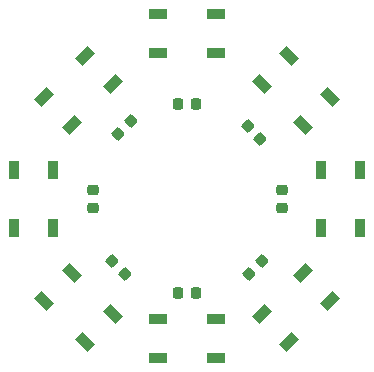
<source format=gbr>
%TF.GenerationSoftware,KiCad,Pcbnew,7.0.7*%
%TF.CreationDate,2023-10-08T01:12:48+08:00*%
%TF.ProjectId,RM_47mm,524d5f34-376d-46d2-9e6b-696361645f70,rev?*%
%TF.SameCoordinates,Original*%
%TF.FileFunction,Paste,Top*%
%TF.FilePolarity,Positive*%
%FSLAX46Y46*%
G04 Gerber Fmt 4.6, Leading zero omitted, Abs format (unit mm)*
G04 Created by KiCad (PCBNEW 7.0.7) date 2023-10-08 01:12:48*
%MOMM*%
%LPD*%
G01*
G04 APERTURE LIST*
G04 Aperture macros list*
%AMRoundRect*
0 Rectangle with rounded corners*
0 $1 Rounding radius*
0 $2 $3 $4 $5 $6 $7 $8 $9 X,Y pos of 4 corners*
0 Add a 4 corners polygon primitive as box body*
4,1,4,$2,$3,$4,$5,$6,$7,$8,$9,$2,$3,0*
0 Add four circle primitives for the rounded corners*
1,1,$1+$1,$2,$3*
1,1,$1+$1,$4,$5*
1,1,$1+$1,$6,$7*
1,1,$1+$1,$8,$9*
0 Add four rect primitives between the rounded corners*
20,1,$1+$1,$2,$3,$4,$5,0*
20,1,$1+$1,$4,$5,$6,$7,0*
20,1,$1+$1,$6,$7,$8,$9,0*
20,1,$1+$1,$8,$9,$2,$3,0*%
%AMRotRect*
0 Rectangle, with rotation*
0 The origin of the aperture is its center*
0 $1 length*
0 $2 width*
0 $3 Rotation angle, in degrees counterclockwise*
0 Add horizontal line*
21,1,$1,$2,0,0,$3*%
G04 Aperture macros list end*
%ADD10R,0.900000X1.500000*%
%ADD11RotRect,1.500000X0.900000X45.000000*%
%ADD12RoundRect,0.225000X0.225000X0.250000X-0.225000X0.250000X-0.225000X-0.250000X0.225000X-0.250000X0*%
%ADD13RotRect,1.500000X0.900000X135.000000*%
%ADD14RoundRect,0.225000X-0.017678X0.335876X-0.335876X0.017678X0.017678X-0.335876X0.335876X-0.017678X0*%
%ADD15RotRect,1.500000X0.900000X225.000000*%
%ADD16RoundRect,0.225000X0.250000X-0.225000X0.250000X0.225000X-0.250000X0.225000X-0.250000X-0.225000X0*%
%ADD17RoundRect,0.225000X0.017678X-0.335876X0.335876X-0.017678X-0.017678X0.335876X-0.335876X0.017678X0*%
%ADD18RoundRect,0.225000X-0.225000X-0.250000X0.225000X-0.250000X0.225000X0.250000X-0.225000X0.250000X0*%
%ADD19RoundRect,0.225000X-0.335876X-0.017678X-0.017678X-0.335876X0.335876X0.017678X0.017678X0.335876X0*%
%ADD20RotRect,1.500000X0.900000X315.000000*%
%ADD21R,1.500000X0.900000*%
G04 APERTURE END LIST*
D10*
%TO.C,D3*%
X161350000Y-102450000D03*
X164650000Y-102450000D03*
X164650000Y-97550000D03*
X161350000Y-97550000D03*
%TD*%
D11*
%TO.C,D4*%
X156300862Y-109765685D03*
X158634315Y-112099138D03*
X162099138Y-108634315D03*
X159765685Y-106300862D03*
%TD*%
D12*
%TO.C,C5*%
X150775000Y-108000000D03*
X149225000Y-108000000D03*
%TD*%
D13*
%TO.C,D2*%
X159765685Y-93699138D03*
X162099138Y-91365685D03*
X158634315Y-87900862D03*
X156300862Y-90234315D03*
%TD*%
D14*
%TO.C,C4*%
X156348008Y-105251992D03*
X155251992Y-106348008D03*
%TD*%
D15*
%TO.C,D8*%
X140234315Y-93699138D03*
X137900862Y-91365685D03*
X141365685Y-87900862D03*
X143699138Y-90234315D03*
%TD*%
D16*
%TO.C,C3*%
X158000000Y-100775000D03*
X158000000Y-99225000D03*
%TD*%
D17*
%TO.C,C8*%
X145248008Y-93401992D03*
X144151992Y-94498008D03*
%TD*%
D18*
%TO.C,C1*%
X149225000Y-92000000D03*
X150775000Y-92000000D03*
%TD*%
D19*
%TO.C,C6*%
X143651992Y-105251992D03*
X144748008Y-106348008D03*
%TD*%
%TO.C,C2*%
X155101992Y-93801992D03*
X156198008Y-94898008D03*
%TD*%
D20*
%TO.C,D6*%
X140234315Y-106300862D03*
X137900862Y-108634315D03*
X141365685Y-112099138D03*
X143699138Y-109765685D03*
%TD*%
D21*
%TO.C,D1*%
X147550000Y-87650000D03*
X147550000Y-84350000D03*
X152450000Y-84350000D03*
X152450000Y-87650000D03*
%TD*%
%TO.C,D5*%
X147550000Y-110150000D03*
X147550000Y-113450000D03*
X152450000Y-113450000D03*
X152450000Y-110150000D03*
%TD*%
D10*
%TO.C,D7*%
X138650000Y-97550000D03*
X135350000Y-97550000D03*
X135350000Y-102450000D03*
X138650000Y-102450000D03*
%TD*%
D16*
%TO.C,C7*%
X142000000Y-100775000D03*
X142000000Y-99225000D03*
%TD*%
M02*

</source>
